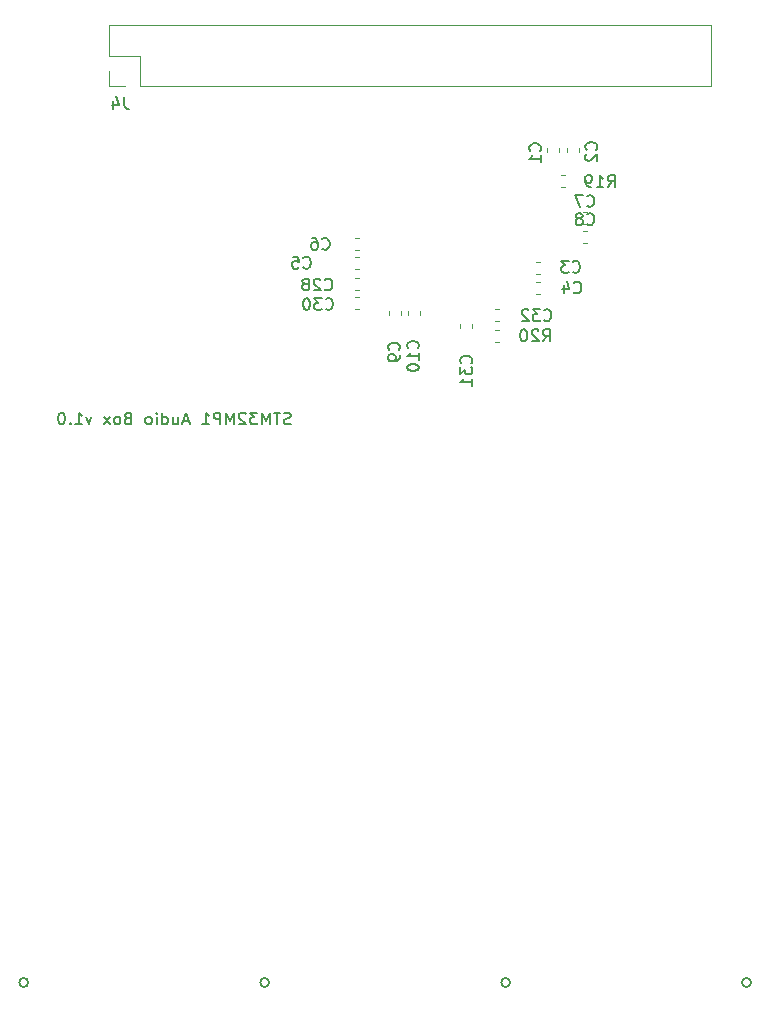
<source format=gbr>
G04 #@! TF.GenerationSoftware,KiCad,Pcbnew,(5.1.5)-3*
G04 #@! TF.CreationDate,2020-08-29T09:18:06-04:00*
G04 #@! TF.ProjectId,AudioBox,41756469-6f42-46f7-982e-6b696361645f,rev?*
G04 #@! TF.SameCoordinates,Original*
G04 #@! TF.FileFunction,Legend,Bot*
G04 #@! TF.FilePolarity,Positive*
%FSLAX46Y46*%
G04 Gerber Fmt 4.6, Leading zero omitted, Abs format (unit mm)*
G04 Created by KiCad (PCBNEW (5.1.5)-3) date 2020-08-29 09:18:06*
%MOMM*%
%LPD*%
G04 APERTURE LIST*
%ADD10C,0.150000*%
%ADD11C,0.152400*%
%ADD12C,0.120000*%
G04 APERTURE END LIST*
D10*
X61433333Y-54704761D02*
X61290476Y-54752380D01*
X61052380Y-54752380D01*
X60957142Y-54704761D01*
X60909523Y-54657142D01*
X60861904Y-54561904D01*
X60861904Y-54466666D01*
X60909523Y-54371428D01*
X60957142Y-54323809D01*
X61052380Y-54276190D01*
X61242857Y-54228571D01*
X61338095Y-54180952D01*
X61385714Y-54133333D01*
X61433333Y-54038095D01*
X61433333Y-53942857D01*
X61385714Y-53847619D01*
X61338095Y-53800000D01*
X61242857Y-53752380D01*
X61004761Y-53752380D01*
X60861904Y-53800000D01*
X60576190Y-53752380D02*
X60004761Y-53752380D01*
X60290476Y-54752380D02*
X60290476Y-53752380D01*
X59671428Y-54752380D02*
X59671428Y-53752380D01*
X59338095Y-54466666D01*
X59004761Y-53752380D01*
X59004761Y-54752380D01*
X58623809Y-53752380D02*
X58004761Y-53752380D01*
X58338095Y-54133333D01*
X58195238Y-54133333D01*
X58100000Y-54180952D01*
X58052380Y-54228571D01*
X58004761Y-54323809D01*
X58004761Y-54561904D01*
X58052380Y-54657142D01*
X58100000Y-54704761D01*
X58195238Y-54752380D01*
X58480952Y-54752380D01*
X58576190Y-54704761D01*
X58623809Y-54657142D01*
X57623809Y-53847619D02*
X57576190Y-53800000D01*
X57480952Y-53752380D01*
X57242857Y-53752380D01*
X57147619Y-53800000D01*
X57100000Y-53847619D01*
X57052380Y-53942857D01*
X57052380Y-54038095D01*
X57100000Y-54180952D01*
X57671428Y-54752380D01*
X57052380Y-54752380D01*
X56623809Y-54752380D02*
X56623809Y-53752380D01*
X56290476Y-54466666D01*
X55957142Y-53752380D01*
X55957142Y-54752380D01*
X55480952Y-54752380D02*
X55480952Y-53752380D01*
X55100000Y-53752380D01*
X55004761Y-53800000D01*
X54957142Y-53847619D01*
X54909523Y-53942857D01*
X54909523Y-54085714D01*
X54957142Y-54180952D01*
X55004761Y-54228571D01*
X55100000Y-54276190D01*
X55480952Y-54276190D01*
X53957142Y-54752380D02*
X54528571Y-54752380D01*
X54242857Y-54752380D02*
X54242857Y-53752380D01*
X54338095Y-53895238D01*
X54433333Y-53990476D01*
X54528571Y-54038095D01*
X52814285Y-54466666D02*
X52338095Y-54466666D01*
X52909523Y-54752380D02*
X52576190Y-53752380D01*
X52242857Y-54752380D01*
X51480952Y-54085714D02*
X51480952Y-54752380D01*
X51909523Y-54085714D02*
X51909523Y-54609523D01*
X51861904Y-54704761D01*
X51766666Y-54752380D01*
X51623809Y-54752380D01*
X51528571Y-54704761D01*
X51480952Y-54657142D01*
X50576190Y-54752380D02*
X50576190Y-53752380D01*
X50576190Y-54704761D02*
X50671428Y-54752380D01*
X50861904Y-54752380D01*
X50957142Y-54704761D01*
X51004761Y-54657142D01*
X51052380Y-54561904D01*
X51052380Y-54276190D01*
X51004761Y-54180952D01*
X50957142Y-54133333D01*
X50861904Y-54085714D01*
X50671428Y-54085714D01*
X50576190Y-54133333D01*
X50100000Y-54752380D02*
X50100000Y-54085714D01*
X50100000Y-53752380D02*
X50147619Y-53800000D01*
X50100000Y-53847619D01*
X50052380Y-53800000D01*
X50100000Y-53752380D01*
X50100000Y-53847619D01*
X49480952Y-54752380D02*
X49576190Y-54704761D01*
X49623809Y-54657142D01*
X49671428Y-54561904D01*
X49671428Y-54276190D01*
X49623809Y-54180952D01*
X49576190Y-54133333D01*
X49480952Y-54085714D01*
X49338095Y-54085714D01*
X49242857Y-54133333D01*
X49195238Y-54180952D01*
X49147619Y-54276190D01*
X49147619Y-54561904D01*
X49195238Y-54657142D01*
X49242857Y-54704761D01*
X49338095Y-54752380D01*
X49480952Y-54752380D01*
X47623809Y-54228571D02*
X47480952Y-54276190D01*
X47433333Y-54323809D01*
X47385714Y-54419047D01*
X47385714Y-54561904D01*
X47433333Y-54657142D01*
X47480952Y-54704761D01*
X47576190Y-54752380D01*
X47957142Y-54752380D01*
X47957142Y-53752380D01*
X47623809Y-53752380D01*
X47528571Y-53800000D01*
X47480952Y-53847619D01*
X47433333Y-53942857D01*
X47433333Y-54038095D01*
X47480952Y-54133333D01*
X47528571Y-54180952D01*
X47623809Y-54228571D01*
X47957142Y-54228571D01*
X46814285Y-54752380D02*
X46909523Y-54704761D01*
X46957142Y-54657142D01*
X47004761Y-54561904D01*
X47004761Y-54276190D01*
X46957142Y-54180952D01*
X46909523Y-54133333D01*
X46814285Y-54085714D01*
X46671428Y-54085714D01*
X46576190Y-54133333D01*
X46528571Y-54180952D01*
X46480952Y-54276190D01*
X46480952Y-54561904D01*
X46528571Y-54657142D01*
X46576190Y-54704761D01*
X46671428Y-54752380D01*
X46814285Y-54752380D01*
X46147619Y-54752380D02*
X45623809Y-54085714D01*
X46147619Y-54085714D02*
X45623809Y-54752380D01*
X44576190Y-54085714D02*
X44338095Y-54752380D01*
X44100000Y-54085714D01*
X43195238Y-54752380D02*
X43766666Y-54752380D01*
X43480952Y-54752380D02*
X43480952Y-53752380D01*
X43576190Y-53895238D01*
X43671428Y-53990476D01*
X43766666Y-54038095D01*
X42766666Y-54657142D02*
X42719047Y-54704761D01*
X42766666Y-54752380D01*
X42814285Y-54704761D01*
X42766666Y-54657142D01*
X42766666Y-54752380D01*
X42100000Y-53752380D02*
X42004761Y-53752380D01*
X41909523Y-53800000D01*
X41861904Y-53847619D01*
X41814285Y-53942857D01*
X41766666Y-54133333D01*
X41766666Y-54371428D01*
X41814285Y-54561904D01*
X41861904Y-54657142D01*
X41909523Y-54704761D01*
X42004761Y-54752380D01*
X42100000Y-54752380D01*
X42195238Y-54704761D01*
X42242857Y-54657142D01*
X42290476Y-54561904D01*
X42338095Y-54371428D01*
X42338095Y-54133333D01*
X42290476Y-53942857D01*
X42242857Y-53847619D01*
X42195238Y-53800000D01*
X42100000Y-53752380D01*
D11*
X100424099Y-102000000D02*
G75*
G03X100424099Y-102000000I-381000J0D01*
G01*
X59624099Y-102000000D02*
G75*
G03X59624099Y-102000000I-381000J0D01*
G01*
X39224099Y-102000000D02*
G75*
G03X39224099Y-102000000I-381000J0D01*
G01*
X80024099Y-102000000D02*
G75*
G03X80024099Y-102000000I-381000J0D01*
G01*
D12*
X79071267Y-47810000D02*
X78728733Y-47810000D01*
X79071267Y-46790000D02*
X78728733Y-46790000D01*
X84671267Y-34660000D02*
X84328733Y-34660000D01*
X84671267Y-33640000D02*
X84328733Y-33640000D01*
X78728733Y-44990000D02*
X79071267Y-44990000D01*
X78728733Y-46010000D02*
X79071267Y-46010000D01*
X76810000Y-46228733D02*
X76810000Y-46571267D01*
X75790000Y-46228733D02*
X75790000Y-46571267D01*
X66853733Y-43990000D02*
X67196267Y-43990000D01*
X66853733Y-45010000D02*
X67196267Y-45010000D01*
X66853733Y-42390000D02*
X67196267Y-42390000D01*
X66853733Y-43410000D02*
X67196267Y-43410000D01*
X71390000Y-45471267D02*
X71390000Y-45128733D01*
X72410000Y-45471267D02*
X72410000Y-45128733D01*
X69790000Y-45471267D02*
X69790000Y-45128733D01*
X70810000Y-45471267D02*
X70810000Y-45128733D01*
X86546267Y-39360000D02*
X86203733Y-39360000D01*
X86546267Y-38340000D02*
X86203733Y-38340000D01*
X86546267Y-37810000D02*
X86203733Y-37810000D01*
X86546267Y-36790000D02*
X86203733Y-36790000D01*
X66903733Y-38990000D02*
X67246267Y-38990000D01*
X66903733Y-40010000D02*
X67246267Y-40010000D01*
X66853733Y-40590000D02*
X67196267Y-40590000D01*
X66853733Y-41610000D02*
X67196267Y-41610000D01*
X82546267Y-43710000D02*
X82203733Y-43710000D01*
X82546267Y-42690000D02*
X82203733Y-42690000D01*
X82546267Y-42010000D02*
X82203733Y-42010000D01*
X82546267Y-40990000D02*
X82203733Y-40990000D01*
X85860000Y-31353733D02*
X85860000Y-31696267D01*
X84840000Y-31353733D02*
X84840000Y-31696267D01*
X84160000Y-31353733D02*
X84160000Y-31696267D01*
X83140000Y-31353733D02*
X83140000Y-31696267D01*
X46070000Y-24800000D02*
X46070000Y-26130000D01*
X46070000Y-26130000D02*
X47400000Y-26130000D01*
X46070000Y-23530000D02*
X48670000Y-23530000D01*
X48670000Y-23530000D02*
X48670000Y-26130000D01*
X48670000Y-26130000D02*
X96990000Y-26130000D01*
X96990000Y-20930000D02*
X96990000Y-26130000D01*
X46070000Y-20930000D02*
X96990000Y-20930000D01*
X46070000Y-20930000D02*
X46070000Y-23530000D01*
D10*
X82792857Y-47702380D02*
X83126190Y-47226190D01*
X83364285Y-47702380D02*
X83364285Y-46702380D01*
X82983333Y-46702380D01*
X82888095Y-46750000D01*
X82840476Y-46797619D01*
X82792857Y-46892857D01*
X82792857Y-47035714D01*
X82840476Y-47130952D01*
X82888095Y-47178571D01*
X82983333Y-47226190D01*
X83364285Y-47226190D01*
X82411904Y-46797619D02*
X82364285Y-46750000D01*
X82269047Y-46702380D01*
X82030952Y-46702380D01*
X81935714Y-46750000D01*
X81888095Y-46797619D01*
X81840476Y-46892857D01*
X81840476Y-46988095D01*
X81888095Y-47130952D01*
X82459523Y-47702380D01*
X81840476Y-47702380D01*
X81221428Y-46702380D02*
X81126190Y-46702380D01*
X81030952Y-46750000D01*
X80983333Y-46797619D01*
X80935714Y-46892857D01*
X80888095Y-47083333D01*
X80888095Y-47321428D01*
X80935714Y-47511904D01*
X80983333Y-47607142D01*
X81030952Y-47654761D01*
X81126190Y-47702380D01*
X81221428Y-47702380D01*
X81316666Y-47654761D01*
X81364285Y-47607142D01*
X81411904Y-47511904D01*
X81459523Y-47321428D01*
X81459523Y-47083333D01*
X81411904Y-46892857D01*
X81364285Y-46797619D01*
X81316666Y-46750000D01*
X81221428Y-46702380D01*
X88292857Y-34652380D02*
X88626190Y-34176190D01*
X88864285Y-34652380D02*
X88864285Y-33652380D01*
X88483333Y-33652380D01*
X88388095Y-33700000D01*
X88340476Y-33747619D01*
X88292857Y-33842857D01*
X88292857Y-33985714D01*
X88340476Y-34080952D01*
X88388095Y-34128571D01*
X88483333Y-34176190D01*
X88864285Y-34176190D01*
X87340476Y-34652380D02*
X87911904Y-34652380D01*
X87626190Y-34652380D02*
X87626190Y-33652380D01*
X87721428Y-33795238D01*
X87816666Y-33890476D01*
X87911904Y-33938095D01*
X86864285Y-34652380D02*
X86673809Y-34652380D01*
X86578571Y-34604761D01*
X86530952Y-34557142D01*
X86435714Y-34414285D01*
X86388095Y-34223809D01*
X86388095Y-33842857D01*
X86435714Y-33747619D01*
X86483333Y-33700000D01*
X86578571Y-33652380D01*
X86769047Y-33652380D01*
X86864285Y-33700000D01*
X86911904Y-33747619D01*
X86959523Y-33842857D01*
X86959523Y-34080952D01*
X86911904Y-34176190D01*
X86864285Y-34223809D01*
X86769047Y-34271428D01*
X86578571Y-34271428D01*
X86483333Y-34223809D01*
X86435714Y-34176190D01*
X86388095Y-34080952D01*
X82892857Y-45907142D02*
X82940476Y-45954761D01*
X83083333Y-46002380D01*
X83178571Y-46002380D01*
X83321428Y-45954761D01*
X83416666Y-45859523D01*
X83464285Y-45764285D01*
X83511904Y-45573809D01*
X83511904Y-45430952D01*
X83464285Y-45240476D01*
X83416666Y-45145238D01*
X83321428Y-45050000D01*
X83178571Y-45002380D01*
X83083333Y-45002380D01*
X82940476Y-45050000D01*
X82892857Y-45097619D01*
X82559523Y-45002380D02*
X81940476Y-45002380D01*
X82273809Y-45383333D01*
X82130952Y-45383333D01*
X82035714Y-45430952D01*
X81988095Y-45478571D01*
X81940476Y-45573809D01*
X81940476Y-45811904D01*
X81988095Y-45907142D01*
X82035714Y-45954761D01*
X82130952Y-46002380D01*
X82416666Y-46002380D01*
X82511904Y-45954761D01*
X82559523Y-45907142D01*
X81559523Y-45097619D02*
X81511904Y-45050000D01*
X81416666Y-45002380D01*
X81178571Y-45002380D01*
X81083333Y-45050000D01*
X81035714Y-45097619D01*
X80988095Y-45192857D01*
X80988095Y-45288095D01*
X81035714Y-45430952D01*
X81607142Y-46002380D01*
X80988095Y-46002380D01*
X76707142Y-49557142D02*
X76754761Y-49509523D01*
X76802380Y-49366666D01*
X76802380Y-49271428D01*
X76754761Y-49128571D01*
X76659523Y-49033333D01*
X76564285Y-48985714D01*
X76373809Y-48938095D01*
X76230952Y-48938095D01*
X76040476Y-48985714D01*
X75945238Y-49033333D01*
X75850000Y-49128571D01*
X75802380Y-49271428D01*
X75802380Y-49366666D01*
X75850000Y-49509523D01*
X75897619Y-49557142D01*
X75802380Y-49890476D02*
X75802380Y-50509523D01*
X76183333Y-50176190D01*
X76183333Y-50319047D01*
X76230952Y-50414285D01*
X76278571Y-50461904D01*
X76373809Y-50509523D01*
X76611904Y-50509523D01*
X76707142Y-50461904D01*
X76754761Y-50414285D01*
X76802380Y-50319047D01*
X76802380Y-50033333D01*
X76754761Y-49938095D01*
X76707142Y-49890476D01*
X76802380Y-51461904D02*
X76802380Y-50890476D01*
X76802380Y-51176190D02*
X75802380Y-51176190D01*
X75945238Y-51080952D01*
X76040476Y-50985714D01*
X76088095Y-50890476D01*
X64392857Y-44957142D02*
X64440476Y-45004761D01*
X64583333Y-45052380D01*
X64678571Y-45052380D01*
X64821428Y-45004761D01*
X64916666Y-44909523D01*
X64964285Y-44814285D01*
X65011904Y-44623809D01*
X65011904Y-44480952D01*
X64964285Y-44290476D01*
X64916666Y-44195238D01*
X64821428Y-44100000D01*
X64678571Y-44052380D01*
X64583333Y-44052380D01*
X64440476Y-44100000D01*
X64392857Y-44147619D01*
X64059523Y-44052380D02*
X63440476Y-44052380D01*
X63773809Y-44433333D01*
X63630952Y-44433333D01*
X63535714Y-44480952D01*
X63488095Y-44528571D01*
X63440476Y-44623809D01*
X63440476Y-44861904D01*
X63488095Y-44957142D01*
X63535714Y-45004761D01*
X63630952Y-45052380D01*
X63916666Y-45052380D01*
X64011904Y-45004761D01*
X64059523Y-44957142D01*
X62821428Y-44052380D02*
X62726190Y-44052380D01*
X62630952Y-44100000D01*
X62583333Y-44147619D01*
X62535714Y-44242857D01*
X62488095Y-44433333D01*
X62488095Y-44671428D01*
X62535714Y-44861904D01*
X62583333Y-44957142D01*
X62630952Y-45004761D01*
X62726190Y-45052380D01*
X62821428Y-45052380D01*
X62916666Y-45004761D01*
X62964285Y-44957142D01*
X63011904Y-44861904D01*
X63059523Y-44671428D01*
X63059523Y-44433333D01*
X63011904Y-44242857D01*
X62964285Y-44147619D01*
X62916666Y-44100000D01*
X62821428Y-44052380D01*
X64342857Y-43307142D02*
X64390476Y-43354761D01*
X64533333Y-43402380D01*
X64628571Y-43402380D01*
X64771428Y-43354761D01*
X64866666Y-43259523D01*
X64914285Y-43164285D01*
X64961904Y-42973809D01*
X64961904Y-42830952D01*
X64914285Y-42640476D01*
X64866666Y-42545238D01*
X64771428Y-42450000D01*
X64628571Y-42402380D01*
X64533333Y-42402380D01*
X64390476Y-42450000D01*
X64342857Y-42497619D01*
X63961904Y-42497619D02*
X63914285Y-42450000D01*
X63819047Y-42402380D01*
X63580952Y-42402380D01*
X63485714Y-42450000D01*
X63438095Y-42497619D01*
X63390476Y-42592857D01*
X63390476Y-42688095D01*
X63438095Y-42830952D01*
X64009523Y-43402380D01*
X63390476Y-43402380D01*
X62819047Y-42830952D02*
X62914285Y-42783333D01*
X62961904Y-42735714D01*
X63009523Y-42640476D01*
X63009523Y-42592857D01*
X62961904Y-42497619D01*
X62914285Y-42450000D01*
X62819047Y-42402380D01*
X62628571Y-42402380D01*
X62533333Y-42450000D01*
X62485714Y-42497619D01*
X62438095Y-42592857D01*
X62438095Y-42640476D01*
X62485714Y-42735714D01*
X62533333Y-42783333D01*
X62628571Y-42830952D01*
X62819047Y-42830952D01*
X62914285Y-42878571D01*
X62961904Y-42926190D01*
X63009523Y-43021428D01*
X63009523Y-43211904D01*
X62961904Y-43307142D01*
X62914285Y-43354761D01*
X62819047Y-43402380D01*
X62628571Y-43402380D01*
X62533333Y-43354761D01*
X62485714Y-43307142D01*
X62438095Y-43211904D01*
X62438095Y-43021428D01*
X62485714Y-42926190D01*
X62533333Y-42878571D01*
X62628571Y-42830952D01*
X72207142Y-48307142D02*
X72254761Y-48259523D01*
X72302380Y-48116666D01*
X72302380Y-48021428D01*
X72254761Y-47878571D01*
X72159523Y-47783333D01*
X72064285Y-47735714D01*
X71873809Y-47688095D01*
X71730952Y-47688095D01*
X71540476Y-47735714D01*
X71445238Y-47783333D01*
X71350000Y-47878571D01*
X71302380Y-48021428D01*
X71302380Y-48116666D01*
X71350000Y-48259523D01*
X71397619Y-48307142D01*
X72302380Y-49259523D02*
X72302380Y-48688095D01*
X72302380Y-48973809D02*
X71302380Y-48973809D01*
X71445238Y-48878571D01*
X71540476Y-48783333D01*
X71588095Y-48688095D01*
X71302380Y-49878571D02*
X71302380Y-49973809D01*
X71350000Y-50069047D01*
X71397619Y-50116666D01*
X71492857Y-50164285D01*
X71683333Y-50211904D01*
X71921428Y-50211904D01*
X72111904Y-50164285D01*
X72207142Y-50116666D01*
X72254761Y-50069047D01*
X72302380Y-49973809D01*
X72302380Y-49878571D01*
X72254761Y-49783333D01*
X72207142Y-49735714D01*
X72111904Y-49688095D01*
X71921428Y-49640476D01*
X71683333Y-49640476D01*
X71492857Y-49688095D01*
X71397619Y-49735714D01*
X71350000Y-49783333D01*
X71302380Y-49878571D01*
X70607142Y-48433333D02*
X70654761Y-48385714D01*
X70702380Y-48242857D01*
X70702380Y-48147619D01*
X70654761Y-48004761D01*
X70559523Y-47909523D01*
X70464285Y-47861904D01*
X70273809Y-47814285D01*
X70130952Y-47814285D01*
X69940476Y-47861904D01*
X69845238Y-47909523D01*
X69750000Y-48004761D01*
X69702380Y-48147619D01*
X69702380Y-48242857D01*
X69750000Y-48385714D01*
X69797619Y-48433333D01*
X70702380Y-48909523D02*
X70702380Y-49100000D01*
X70654761Y-49195238D01*
X70607142Y-49242857D01*
X70464285Y-49338095D01*
X70273809Y-49385714D01*
X69892857Y-49385714D01*
X69797619Y-49338095D01*
X69750000Y-49290476D01*
X69702380Y-49195238D01*
X69702380Y-49004761D01*
X69750000Y-48909523D01*
X69797619Y-48861904D01*
X69892857Y-48814285D01*
X70130952Y-48814285D01*
X70226190Y-48861904D01*
X70273809Y-48909523D01*
X70321428Y-49004761D01*
X70321428Y-49195238D01*
X70273809Y-49290476D01*
X70226190Y-49338095D01*
X70130952Y-49385714D01*
X86541666Y-37777142D02*
X86589285Y-37824761D01*
X86732142Y-37872380D01*
X86827380Y-37872380D01*
X86970238Y-37824761D01*
X87065476Y-37729523D01*
X87113095Y-37634285D01*
X87160714Y-37443809D01*
X87160714Y-37300952D01*
X87113095Y-37110476D01*
X87065476Y-37015238D01*
X86970238Y-36920000D01*
X86827380Y-36872380D01*
X86732142Y-36872380D01*
X86589285Y-36920000D01*
X86541666Y-36967619D01*
X85970238Y-37300952D02*
X86065476Y-37253333D01*
X86113095Y-37205714D01*
X86160714Y-37110476D01*
X86160714Y-37062857D01*
X86113095Y-36967619D01*
X86065476Y-36920000D01*
X85970238Y-36872380D01*
X85779761Y-36872380D01*
X85684523Y-36920000D01*
X85636904Y-36967619D01*
X85589285Y-37062857D01*
X85589285Y-37110476D01*
X85636904Y-37205714D01*
X85684523Y-37253333D01*
X85779761Y-37300952D01*
X85970238Y-37300952D01*
X86065476Y-37348571D01*
X86113095Y-37396190D01*
X86160714Y-37491428D01*
X86160714Y-37681904D01*
X86113095Y-37777142D01*
X86065476Y-37824761D01*
X85970238Y-37872380D01*
X85779761Y-37872380D01*
X85684523Y-37824761D01*
X85636904Y-37777142D01*
X85589285Y-37681904D01*
X85589285Y-37491428D01*
X85636904Y-37396190D01*
X85684523Y-37348571D01*
X85779761Y-37300952D01*
X86541666Y-36227142D02*
X86589285Y-36274761D01*
X86732142Y-36322380D01*
X86827380Y-36322380D01*
X86970238Y-36274761D01*
X87065476Y-36179523D01*
X87113095Y-36084285D01*
X87160714Y-35893809D01*
X87160714Y-35750952D01*
X87113095Y-35560476D01*
X87065476Y-35465238D01*
X86970238Y-35370000D01*
X86827380Y-35322380D01*
X86732142Y-35322380D01*
X86589285Y-35370000D01*
X86541666Y-35417619D01*
X86208333Y-35322380D02*
X85541666Y-35322380D01*
X85970238Y-36322380D01*
X64116666Y-39857142D02*
X64164285Y-39904761D01*
X64307142Y-39952380D01*
X64402380Y-39952380D01*
X64545238Y-39904761D01*
X64640476Y-39809523D01*
X64688095Y-39714285D01*
X64735714Y-39523809D01*
X64735714Y-39380952D01*
X64688095Y-39190476D01*
X64640476Y-39095238D01*
X64545238Y-39000000D01*
X64402380Y-38952380D01*
X64307142Y-38952380D01*
X64164285Y-39000000D01*
X64116666Y-39047619D01*
X63259523Y-38952380D02*
X63450000Y-38952380D01*
X63545238Y-39000000D01*
X63592857Y-39047619D01*
X63688095Y-39190476D01*
X63735714Y-39380952D01*
X63735714Y-39761904D01*
X63688095Y-39857142D01*
X63640476Y-39904761D01*
X63545238Y-39952380D01*
X63354761Y-39952380D01*
X63259523Y-39904761D01*
X63211904Y-39857142D01*
X63164285Y-39761904D01*
X63164285Y-39523809D01*
X63211904Y-39428571D01*
X63259523Y-39380952D01*
X63354761Y-39333333D01*
X63545238Y-39333333D01*
X63640476Y-39380952D01*
X63688095Y-39428571D01*
X63735714Y-39523809D01*
X62516666Y-41457142D02*
X62564285Y-41504761D01*
X62707142Y-41552380D01*
X62802380Y-41552380D01*
X62945238Y-41504761D01*
X63040476Y-41409523D01*
X63088095Y-41314285D01*
X63135714Y-41123809D01*
X63135714Y-40980952D01*
X63088095Y-40790476D01*
X63040476Y-40695238D01*
X62945238Y-40600000D01*
X62802380Y-40552380D01*
X62707142Y-40552380D01*
X62564285Y-40600000D01*
X62516666Y-40647619D01*
X61611904Y-40552380D02*
X62088095Y-40552380D01*
X62135714Y-41028571D01*
X62088095Y-40980952D01*
X61992857Y-40933333D01*
X61754761Y-40933333D01*
X61659523Y-40980952D01*
X61611904Y-41028571D01*
X61564285Y-41123809D01*
X61564285Y-41361904D01*
X61611904Y-41457142D01*
X61659523Y-41504761D01*
X61754761Y-41552380D01*
X61992857Y-41552380D01*
X62088095Y-41504761D01*
X62135714Y-41457142D01*
X85416666Y-43557142D02*
X85464285Y-43604761D01*
X85607142Y-43652380D01*
X85702380Y-43652380D01*
X85845238Y-43604761D01*
X85940476Y-43509523D01*
X85988095Y-43414285D01*
X86035714Y-43223809D01*
X86035714Y-43080952D01*
X85988095Y-42890476D01*
X85940476Y-42795238D01*
X85845238Y-42700000D01*
X85702380Y-42652380D01*
X85607142Y-42652380D01*
X85464285Y-42700000D01*
X85416666Y-42747619D01*
X84559523Y-42985714D02*
X84559523Y-43652380D01*
X84797619Y-42604761D02*
X85035714Y-43319047D01*
X84416666Y-43319047D01*
X85316666Y-41807142D02*
X85364285Y-41854761D01*
X85507142Y-41902380D01*
X85602380Y-41902380D01*
X85745238Y-41854761D01*
X85840476Y-41759523D01*
X85888095Y-41664285D01*
X85935714Y-41473809D01*
X85935714Y-41330952D01*
X85888095Y-41140476D01*
X85840476Y-41045238D01*
X85745238Y-40950000D01*
X85602380Y-40902380D01*
X85507142Y-40902380D01*
X85364285Y-40950000D01*
X85316666Y-40997619D01*
X84983333Y-40902380D02*
X84364285Y-40902380D01*
X84697619Y-41283333D01*
X84554761Y-41283333D01*
X84459523Y-41330952D01*
X84411904Y-41378571D01*
X84364285Y-41473809D01*
X84364285Y-41711904D01*
X84411904Y-41807142D01*
X84459523Y-41854761D01*
X84554761Y-41902380D01*
X84840476Y-41902380D01*
X84935714Y-41854761D01*
X84983333Y-41807142D01*
X87307142Y-31483333D02*
X87354761Y-31435714D01*
X87402380Y-31292857D01*
X87402380Y-31197619D01*
X87354761Y-31054761D01*
X87259523Y-30959523D01*
X87164285Y-30911904D01*
X86973809Y-30864285D01*
X86830952Y-30864285D01*
X86640476Y-30911904D01*
X86545238Y-30959523D01*
X86450000Y-31054761D01*
X86402380Y-31197619D01*
X86402380Y-31292857D01*
X86450000Y-31435714D01*
X86497619Y-31483333D01*
X86497619Y-31864285D02*
X86450000Y-31911904D01*
X86402380Y-32007142D01*
X86402380Y-32245238D01*
X86450000Y-32340476D01*
X86497619Y-32388095D01*
X86592857Y-32435714D01*
X86688095Y-32435714D01*
X86830952Y-32388095D01*
X87402380Y-31816666D01*
X87402380Y-32435714D01*
X82557142Y-31583333D02*
X82604761Y-31535714D01*
X82652380Y-31392857D01*
X82652380Y-31297619D01*
X82604761Y-31154761D01*
X82509523Y-31059523D01*
X82414285Y-31011904D01*
X82223809Y-30964285D01*
X82080952Y-30964285D01*
X81890476Y-31011904D01*
X81795238Y-31059523D01*
X81700000Y-31154761D01*
X81652380Y-31297619D01*
X81652380Y-31392857D01*
X81700000Y-31535714D01*
X81747619Y-31583333D01*
X82652380Y-32535714D02*
X82652380Y-31964285D01*
X82652380Y-32250000D02*
X81652380Y-32250000D01*
X81795238Y-32154761D01*
X81890476Y-32059523D01*
X81938095Y-31964285D01*
X47333333Y-27002380D02*
X47333333Y-27716666D01*
X47380952Y-27859523D01*
X47476190Y-27954761D01*
X47619047Y-28002380D01*
X47714285Y-28002380D01*
X46428571Y-27335714D02*
X46428571Y-28002380D01*
X46666666Y-26954761D02*
X46904761Y-27669047D01*
X46285714Y-27669047D01*
M02*

</source>
